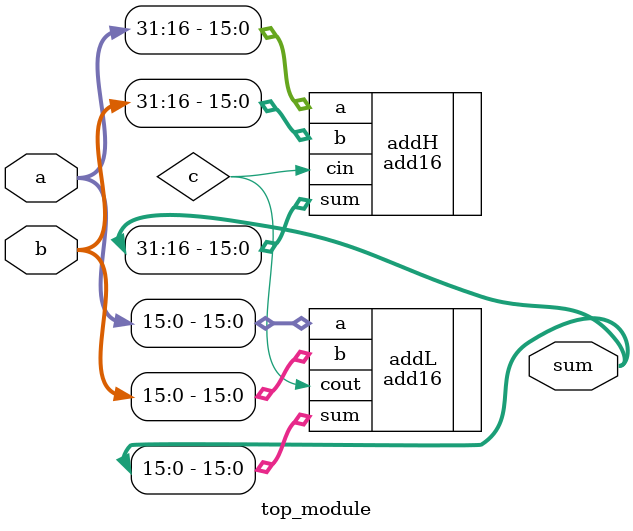
<source format=v>
/*
You are given a module add16 that performs a 16-bit addition. 
Instantiate two of them to create a 32-bit adder. One add16 module
computes the lower 16 bits of the addition result, while the second
add16 module computes the upper 16 bits of the result, after receiving
the carry-out from the first adder. Your 32-bit adder does not need to
handle carry-in (assume 0) or carry-out (ignored), but the internal modules
 need to in order to function correctly.
*/
//问题关键词：16位全加器，32位全加器，不考虑前向和后向进位。

module top_module(
    input [31:0] a,
    input [31:0] b,
    output [31:0] sum
);	
    wire c;  // 进位
    
    add16 addL ( .a(a[15:0]), .b(b[15:0]), .cout(c), .sum(sum[15:0]) );
    add16 addH ( .a(a[31:16]), .b(b[31:16]), .cin(c), .sum(sum[31:16]) );

endmodule

/*
module top_module(
    input [31:0] a,
    input [31:0] b,
    output [31:0] sum
);	
    wire c;  // 进位
    wire [15:0] sum1, sum2;
    
    add16 addL ( .a(a[15:0]), .b(b[15:0]), .cout(c), .sum(sum1) );
    add16 addH ( .a(a[31:16]), .b(b[31:16]), .cin(c), .sum(sum2) );

    assign sum = { sum1, sum2 };

endmodule
*/
</source>
